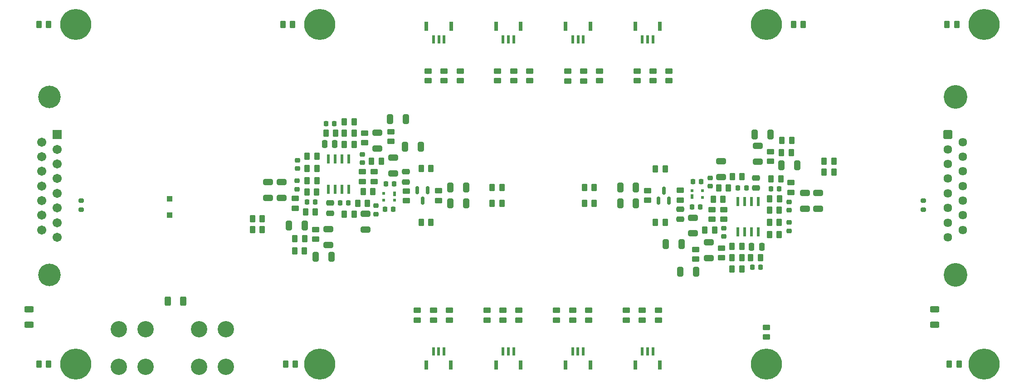
<source format=gbr>
%TF.GenerationSoftware,KiCad,Pcbnew,7.0.7*%
%TF.CreationDate,2024-12-18T13:44:03+01:00*%
%TF.ProjectId,dmem_2V0,646d656d-5f32-4563-902e-6b696361645f,rev?*%
%TF.SameCoordinates,Original*%
%TF.FileFunction,Soldermask,Top*%
%TF.FilePolarity,Negative*%
%FSLAX46Y46*%
G04 Gerber Fmt 4.6, Leading zero omitted, Abs format (unit mm)*
G04 Created by KiCad (PCBNEW 7.0.7) date 2024-12-18 13:44:03*
%MOMM*%
%LPD*%
G01*
G04 APERTURE LIST*
G04 Aperture macros list*
%AMRoundRect*
0 Rectangle with rounded corners*
0 $1 Rounding radius*
0 $2 $3 $4 $5 $6 $7 $8 $9 X,Y pos of 4 corners*
0 Add a 4 corners polygon primitive as box body*
4,1,4,$2,$3,$4,$5,$6,$7,$8,$9,$2,$3,0*
0 Add four circle primitives for the rounded corners*
1,1,$1+$1,$2,$3*
1,1,$1+$1,$4,$5*
1,1,$1+$1,$6,$7*
1,1,$1+$1,$8,$9*
0 Add four rect primitives between the rounded corners*
20,1,$1+$1,$2,$3,$4,$5,0*
20,1,$1+$1,$4,$5,$6,$7,0*
20,1,$1+$1,$6,$7,$8,$9,0*
20,1,$1+$1,$8,$9,$2,$3,0*%
G04 Aperture macros list end*
%ADD10RoundRect,0.250000X-0.450000X0.262500X-0.450000X-0.262500X0.450000X-0.262500X0.450000X0.262500X0*%
%ADD11RoundRect,0.250000X0.450000X-0.262500X0.450000X0.262500X-0.450000X0.262500X-0.450000X-0.262500X0*%
%ADD12RoundRect,0.250000X-0.325000X-0.650000X0.325000X-0.650000X0.325000X0.650000X-0.325000X0.650000X0*%
%ADD13RoundRect,0.250000X0.262500X0.450000X-0.262500X0.450000X-0.262500X-0.450000X0.262500X-0.450000X0*%
%ADD14RoundRect,0.250000X-0.262500X-0.450000X0.262500X-0.450000X0.262500X0.450000X-0.262500X0.450000X0*%
%ADD15RoundRect,0.250000X-0.475000X0.250000X-0.475000X-0.250000X0.475000X-0.250000X0.475000X0.250000X0*%
%ADD16RoundRect,0.225000X-0.225000X-0.250000X0.225000X-0.250000X0.225000X0.250000X-0.225000X0.250000X0*%
%ADD17R,1.000000X1.000000*%
%ADD18C,3.054000*%
%ADD19RoundRect,0.225000X0.225000X0.250000X-0.225000X0.250000X-0.225000X-0.250000X0.225000X-0.250000X0*%
%ADD20C,5.800000*%
%ADD21RoundRect,0.250000X0.325000X0.650000X-0.325000X0.650000X-0.325000X-0.650000X0.325000X-0.650000X0*%
%ADD22RoundRect,0.250000X0.475000X-0.250000X0.475000X0.250000X-0.475000X0.250000X-0.475000X-0.250000X0*%
%ADD23RoundRect,0.250000X-0.650000X0.325000X-0.650000X-0.325000X0.650000X-0.325000X0.650000X0.325000X0*%
%ADD24RoundRect,0.225000X-0.250000X0.225000X-0.250000X-0.225000X0.250000X-0.225000X0.250000X0.225000X0*%
%ADD25RoundRect,0.250000X0.650000X-0.325000X0.650000X0.325000X-0.650000X0.325000X-0.650000X-0.325000X0*%
%ADD26RoundRect,0.250000X-0.625000X0.312500X-0.625000X-0.312500X0.625000X-0.312500X0.625000X0.312500X0*%
%ADD27RoundRect,0.250000X0.250000X0.475000X-0.250000X0.475000X-0.250000X-0.475000X0.250000X-0.475000X0*%
%ADD28RoundRect,0.150000X0.150000X-0.587500X0.150000X0.587500X-0.150000X0.587500X-0.150000X-0.587500X0*%
%ADD29R,0.600000X1.550000*%
%ADD30R,0.800000X1.800000*%
%ADD31RoundRect,0.102000X-0.754000X0.754000X-0.754000X-0.754000X0.754000X-0.754000X0.754000X0.754000X0*%
%ADD32C,1.712000*%
%ADD33C,4.200000*%
%ADD34RoundRect,0.225000X0.250000X-0.225000X0.250000X0.225000X-0.250000X0.225000X-0.250000X-0.225000X0*%
%ADD35R,0.558000X1.654899*%
%ADD36RoundRect,0.102000X0.704000X-0.704000X0.704000X0.704000X-0.704000X0.704000X-0.704000X-0.704000X0*%
%ADD37C,1.612000*%
%ADD38C,4.420000*%
%ADD39R,0.584200X0.508000*%
%ADD40R,0.584200X0.812800*%
%ADD41RoundRect,0.200000X0.275000X-0.200000X0.275000X0.200000X-0.275000X0.200000X-0.275000X-0.200000X0*%
%ADD42RoundRect,0.250000X-0.250000X-0.475000X0.250000X-0.475000X0.250000X0.475000X-0.250000X0.475000X0*%
%ADD43RoundRect,0.250000X-0.312500X-0.625000X0.312500X-0.625000X0.312500X0.625000X-0.312500X0.625000X0*%
%ADD44RoundRect,0.150000X-0.150000X0.587500X-0.150000X-0.587500X0.150000X-0.587500X0.150000X0.587500X0*%
G04 APERTURE END LIST*
D10*
%TO.C,R33*%
X132471500Y-120238100D03*
X132471500Y-122063100D03*
%TD*%
D11*
%TO.C,R36*%
X148471500Y-122063100D03*
X148471500Y-120238100D03*
%TD*%
D12*
%TO.C,C26*%
X178580116Y-113033030D03*
X181530116Y-113033030D03*
%TD*%
D13*
%TO.C,R79*%
X108455500Y-106818759D03*
X106630500Y-106818759D03*
%TD*%
D14*
%TO.C,R21*%
X195513416Y-95710230D03*
X197338416Y-95710230D03*
%TD*%
%TO.C,R61*%
X228805100Y-130327400D03*
X230630100Y-130327400D03*
%TD*%
D15*
%TO.C,C49*%
X113230700Y-100179159D03*
X113230700Y-102079159D03*
%TD*%
D14*
%TO.C,R83*%
X108863800Y-98131959D03*
X110688800Y-98131959D03*
%TD*%
D11*
%TO.C,R68*%
X121460300Y-96148859D03*
X121460300Y-94323859D03*
%TD*%
D10*
%TO.C,R48*%
X144491200Y-75493300D03*
X144491200Y-77318300D03*
%TD*%
D14*
%TO.C,R80*%
X106579700Y-109104759D03*
X108404700Y-109104759D03*
%TD*%
D16*
%TO.C,C50*%
X108899700Y-100011559D03*
X110449700Y-100011559D03*
%TD*%
D14*
%TO.C,R91*%
X228367700Y-66827400D03*
X230192700Y-66827400D03*
%TD*%
D13*
%TO.C,R69*%
X120188400Y-100214759D03*
X118363400Y-100214759D03*
%TD*%
D10*
%TO.C,R78*%
X124521500Y-86856259D03*
X124521500Y-88681259D03*
%TD*%
D14*
%TO.C,R6*%
X185759816Y-97335830D03*
X187584816Y-97335830D03*
%TD*%
D17*
%TO.C,Vce_r1*%
X83261200Y-102463600D03*
%TD*%
D14*
%TO.C,R24*%
X173916616Y-103782630D03*
X175741616Y-103782630D03*
%TD*%
D18*
%TO.C,J11*%
X93720400Y-123783400D03*
X88720400Y-123783400D03*
X88720400Y-130793400D03*
X93720400Y-130793400D03*
%TD*%
D15*
%TO.C,C4*%
X178595116Y-101313430D03*
X178595116Y-103213430D03*
%TD*%
D19*
%TO.C,C38*%
X124991500Y-101383159D03*
X123441500Y-101383159D03*
%TD*%
D20*
%TO.C,REF\u002A\u002A*%
X194640200Y-66827400D03*
%TD*%
D21*
%TO.C,C28*%
X138594100Y-97267959D03*
X135644100Y-97267959D03*
%TD*%
D10*
%TO.C,R35*%
X142471500Y-120238100D03*
X142471500Y-122063100D03*
%TD*%
D14*
%TO.C,R3*%
X183169016Y-105209830D03*
X184994016Y-105209830D03*
%TD*%
D11*
%TO.C,R77*%
X110487500Y-106969259D03*
X110487500Y-105144259D03*
%TD*%
D22*
%TO.C,C17*%
X192717516Y-97371430D03*
X192717516Y-95471430D03*
%TD*%
D14*
%TO.C,R88*%
X58822700Y-66827400D03*
X60647700Y-66827400D03*
%TD*%
D13*
%TO.C,R63*%
X100542000Y-103110359D03*
X98717000Y-103110359D03*
%TD*%
D23*
%TO.C,C42*%
X122019100Y-87055759D03*
X122019100Y-90005759D03*
%TD*%
D16*
%TO.C,C45*%
X112404900Y-85330359D03*
X113954900Y-85330359D03*
%TD*%
D13*
%TO.C,R66*%
X122779200Y-92340759D03*
X120954200Y-92340759D03*
%TD*%
D24*
%TO.C,C11*%
X186723116Y-104892030D03*
X186723116Y-106442030D03*
%TD*%
D25*
%TO.C,C12*%
X193073116Y-92460830D03*
X193073116Y-89510830D03*
%TD*%
D10*
%TO.C,R60*%
X194640200Y-123414900D03*
X194640200Y-125239900D03*
%TD*%
D11*
%TO.C,R22*%
X199219916Y-98197530D03*
X199219916Y-96372530D03*
%TD*%
D21*
%TO.C,C27*%
X127368100Y-84517559D03*
X124418100Y-84517559D03*
%TD*%
D26*
%TO.C,JP1*%
X226100400Y-120040400D03*
X226100400Y-122965400D03*
%TD*%
D23*
%TO.C,C5*%
X180931916Y-102922030D03*
X180931916Y-105872030D03*
%TD*%
D13*
%TO.C,R57*%
X145276399Y-100282000D03*
X143451399Y-100282000D03*
%TD*%
D25*
%TO.C,C10*%
X183929116Y-110494830D03*
X183929116Y-107544830D03*
%TD*%
D14*
%TO.C,R72*%
X115874200Y-85025559D03*
X117699200Y-85025559D03*
%TD*%
%TO.C,R67*%
X119379400Y-98030359D03*
X121204400Y-98030359D03*
%TD*%
D11*
%TO.C,R75*%
X119225100Y-96148859D03*
X119225100Y-94323859D03*
%TD*%
D14*
%TO.C,R56*%
X160671817Y-100268588D03*
X162496817Y-100268588D03*
%TD*%
D20*
%TO.C,REF\u002A\u002A*%
X235280200Y-66827400D03*
%TD*%
D12*
%TO.C,C15*%
X197489016Y-93119430D03*
X200439016Y-93119430D03*
%TD*%
D27*
%TO.C,C48*%
X114079100Y-89191159D03*
X112179100Y-89191159D03*
%TD*%
D28*
%TO.C,D1*%
X174546316Y-99720130D03*
X176446316Y-99720130D03*
X175496316Y-97845130D03*
%TD*%
D10*
%TO.C,R5*%
X184487916Y-101401730D03*
X184487916Y-103226730D03*
%TD*%
D20*
%TO.C,REF\u002A\u002A*%
X194640200Y-130327400D03*
%TD*%
D23*
%TO.C,C31*%
X104119100Y-96292959D03*
X104119100Y-99242959D03*
%TD*%
D13*
%TO.C,R70*%
X117658000Y-102297559D03*
X115833000Y-102297559D03*
%TD*%
D29*
%TO.C,J6*%
X145491200Y-69630800D03*
X146491200Y-69630800D03*
X147491200Y-69630800D03*
D30*
X144191200Y-67105800D03*
X148791200Y-67105800D03*
%TD*%
D13*
%TO.C,R17*%
X199368516Y-88445830D03*
X197543516Y-88445830D03*
%TD*%
%TO.C,R76*%
X114244800Y-87159159D03*
X112419800Y-87159159D03*
%TD*%
D14*
%TO.C,R29*%
X207231216Y-94440230D03*
X205406216Y-94440230D03*
%TD*%
D25*
%TO.C,C37*%
X125016300Y-94628559D03*
X125016300Y-91678559D03*
%TD*%
D31*
%TO.C,J1*%
X62240400Y-87410000D03*
D32*
X62240400Y-90150000D03*
X62240400Y-92890000D03*
X62240400Y-95630000D03*
X62240400Y-98370000D03*
X62240400Y-101110000D03*
X62240400Y-103850000D03*
X62240400Y-106590000D03*
X59400400Y-88780000D03*
X59400400Y-91520000D03*
X59400400Y-94260000D03*
X59400400Y-97000000D03*
X59400400Y-99740000D03*
X59400400Y-102480000D03*
X59400400Y-105220000D03*
D33*
X60820400Y-80340000D03*
X60820400Y-113660000D03*
%TD*%
D34*
%TO.C,C43*%
X119225100Y-92658559D03*
X119225100Y-91108559D03*
%TD*%
D29*
%TO.C,J8*%
X158491200Y-69630800D03*
X159491200Y-69630800D03*
X160491200Y-69630800D03*
D30*
X157191200Y-67105800D03*
X161791200Y-67105800D03*
%TD*%
D25*
%TO.C,C7*%
X186162716Y-95346781D03*
X186162716Y-92396781D03*
%TD*%
D14*
%TO.C,R31*%
X104903900Y-130327400D03*
X106728900Y-130327400D03*
%TD*%
D17*
%TO.C,Vce1*%
X83261200Y-99413600D03*
%TD*%
D23*
%TO.C,C39*%
X119785500Y-102208822D03*
X119785500Y-105158822D03*
%TD*%
D12*
%TO.C,C24*%
X167354116Y-97282630D03*
X170304116Y-97282630D03*
%TD*%
D11*
%TO.C,R39*%
X161471500Y-122063100D03*
X161471500Y-120238100D03*
%TD*%
%TO.C,R55*%
X173491200Y-77318299D03*
X173491200Y-75493299D03*
%TD*%
D10*
%TO.C,R41*%
X168471500Y-120238100D03*
X168471500Y-122063100D03*
%TD*%
%TO.C,R50*%
X131491200Y-75493300D03*
X131491200Y-77318300D03*
%TD*%
D11*
%TO.C,R15*%
X181426716Y-110694330D03*
X181426716Y-108869330D03*
%TD*%
D35*
%TO.C,U2*%
X116659700Y-91957808D03*
X115389700Y-91957808D03*
X114119700Y-91957808D03*
X112849700Y-91957808D03*
X112849700Y-97600510D03*
X114119700Y-97600510D03*
X115389700Y-97600510D03*
X116659700Y-97600510D03*
%TD*%
D13*
%TO.C,R82*%
X110739600Y-93712359D03*
X108914600Y-93712359D03*
%TD*%
D10*
%TO.C,R12*%
X186723116Y-101401730D03*
X186723116Y-103226730D03*
%TD*%
D14*
%TO.C,R8*%
X188249016Y-108308630D03*
X190074016Y-108308630D03*
%TD*%
D10*
%TO.C,R1*%
X172499116Y-97845730D03*
X172499116Y-99670730D03*
%TD*%
D13*
%TO.C,R9*%
X190074016Y-112525030D03*
X188249016Y-112525030D03*
%TD*%
D14*
%TO.C,R89*%
X104390300Y-66827400D03*
X106215300Y-66827400D03*
%TD*%
D11*
%TO.C,R46*%
X163491200Y-77318294D03*
X163491200Y-75493294D03*
%TD*%
D29*
%TO.C,J3*%
X147471500Y-127925600D03*
X146471500Y-127925600D03*
X145471500Y-127925600D03*
D30*
X148771500Y-130450600D03*
X144171500Y-130450600D03*
%TD*%
D10*
%TO.C,R54*%
X170491201Y-75493299D03*
X170491201Y-77318299D03*
%TD*%
D12*
%TO.C,C23*%
X167354116Y-100282630D03*
X170304116Y-100282630D03*
%TD*%
D29*
%TO.C,J5*%
X173471500Y-127925600D03*
X172471500Y-127925600D03*
X171471500Y-127925600D03*
D30*
X174771500Y-130450600D03*
X170171500Y-130450600D03*
%TD*%
D14*
%TO.C,R11*%
X188249016Y-110391430D03*
X190074016Y-110391430D03*
%TD*%
D13*
%TO.C,R90*%
X201552700Y-66827400D03*
X199727700Y-66827400D03*
%TD*%
D10*
%TO.C,R10*%
X186316716Y-108615330D03*
X186316716Y-110440330D03*
%TD*%
D13*
%TO.C,R4*%
X186568816Y-99520230D03*
X184743816Y-99520230D03*
%TD*%
D34*
%TO.C,C19*%
X198915116Y-101514430D03*
X198915116Y-99964430D03*
%TD*%
D36*
%TO.C,J12*%
X228503200Y-87410000D03*
D37*
X228503200Y-90150000D03*
X228503200Y-92890000D03*
X228503200Y-95630000D03*
X228503200Y-98370000D03*
X228503200Y-101110000D03*
X228503200Y-103850000D03*
X228503200Y-106590000D03*
X231343200Y-88780000D03*
X231343200Y-91520000D03*
X231343200Y-94260000D03*
X231343200Y-97000000D03*
X231343200Y-99740000D03*
X231343200Y-102480000D03*
X231343200Y-105220000D03*
D38*
X229923200Y-113660000D03*
X229923200Y-80340000D03*
%TD*%
D35*
%TO.C,U1*%
X189288516Y-105592781D03*
X190558516Y-105592781D03*
X191828516Y-105592781D03*
X193098516Y-105592781D03*
X193098516Y-99950079D03*
X191828516Y-99950079D03*
X190558516Y-99950079D03*
X189288516Y-99950079D03*
%TD*%
D16*
%TO.C,C1*%
X180766516Y-100942630D03*
X182316516Y-100942630D03*
%TD*%
D39*
%TO.C,Q2*%
X125209102Y-99658220D03*
D40*
X125209107Y-98510635D03*
D39*
X123189100Y-98358222D03*
X123189100Y-99658220D03*
%TD*%
D41*
%TO.C,R87*%
X66751200Y-101421200D03*
X66751200Y-99771200D03*
%TD*%
D20*
%TO.C,REF\u002A\u002A*%
X111302800Y-66827400D03*
%TD*%
D39*
%TO.C,Q1*%
X180739114Y-97858183D03*
D40*
X180739109Y-99005768D03*
D39*
X182759116Y-99158181D03*
X182759116Y-97858183D03*
%TD*%
D13*
%TO.C,R71*%
X117699200Y-89241959D03*
X115874200Y-89241959D03*
%TD*%
D21*
%TO.C,C30*%
X113453300Y-110210901D03*
X110503300Y-110210901D03*
%TD*%
D10*
%TO.C,R38*%
X155471500Y-120238100D03*
X155471500Y-122063100D03*
%TD*%
D20*
%TO.C,REF\u002A\u002A*%
X111302800Y-130327400D03*
%TD*%
D19*
%TO.C,C41*%
X116596500Y-100163959D03*
X115046500Y-100163959D03*
%TD*%
D11*
%TO.C,R42*%
X174471500Y-122063100D03*
X174471500Y-120238100D03*
%TD*%
D42*
%TO.C,C16*%
X191869116Y-108359430D03*
X193769116Y-108359430D03*
%TD*%
D25*
%TO.C,C21*%
X201829116Y-101257630D03*
X201829116Y-98307630D03*
%TD*%
D13*
%TO.C,R81*%
X110739600Y-95998359D03*
X108914600Y-95998359D03*
%TD*%
D11*
%TO.C,R45*%
X137491200Y-77318300D03*
X137491200Y-75493300D03*
%TD*%
D14*
%TO.C,R25*%
X173916616Y-93782630D03*
X175741616Y-93782630D03*
%TD*%
D26*
%TO.C,JP3*%
X56997600Y-120040400D03*
X56997600Y-122965400D03*
%TD*%
D29*
%TO.C,J9*%
X171491200Y-69630800D03*
X172491200Y-69630800D03*
X173491200Y-69630800D03*
D30*
X170191200Y-67105800D03*
X174791200Y-67105800D03*
%TD*%
D41*
%TO.C,R92*%
X223992400Y-101421200D03*
X223992400Y-99771200D03*
%TD*%
D10*
%TO.C,R14*%
X195460716Y-90581330D03*
X195460716Y-92406330D03*
%TD*%
D23*
%TO.C,C32*%
X101619100Y-96292959D03*
X101619100Y-99242959D03*
%TD*%
D29*
%TO.C,J4*%
X160471500Y-127925600D03*
X159471500Y-127925600D03*
X158471500Y-127925600D03*
D30*
X161771500Y-130450600D03*
X157171500Y-130450600D03*
%TD*%
D10*
%TO.C,R85*%
X106728300Y-99353059D03*
X106728300Y-101178059D03*
%TD*%
D34*
%TO.C,C3*%
X184183116Y-97048830D03*
X184183116Y-95498830D03*
%TD*%
D11*
%TO.C,R73*%
X119631500Y-88935259D03*
X119631500Y-87110259D03*
%TD*%
%TO.C,R47*%
X176491200Y-77318299D03*
X176491200Y-75493299D03*
%TD*%
D14*
%TO.C,R13*%
X191703416Y-110391430D03*
X193528416Y-110391430D03*
%TD*%
D11*
%TO.C,R51*%
X134491200Y-77318300D03*
X134491200Y-75493300D03*
%TD*%
D20*
%TO.C,REF\u002A\u002A*%
X65735200Y-130327400D03*
%TD*%
D10*
%TO.C,R2*%
X178544316Y-97794930D03*
X178544316Y-99619930D03*
%TD*%
D22*
%TO.C,C36*%
X127353100Y-96237159D03*
X127353100Y-94337159D03*
%TD*%
D10*
%TO.C,R34*%
X129471500Y-120238100D03*
X129471500Y-122063100D03*
%TD*%
D13*
%TO.C,R58*%
X132031600Y-93767959D03*
X130206600Y-93767959D03*
%TD*%
D14*
%TO.C,R7*%
X188290216Y-95253030D03*
X190115216Y-95253030D03*
%TD*%
D10*
%TO.C,R52*%
X157547015Y-75555491D03*
X157547015Y-77380491D03*
%TD*%
D11*
%TO.C,R44*%
X150491200Y-77318300D03*
X150491200Y-75493300D03*
%TD*%
D25*
%TO.C,C22*%
X204329116Y-101257630D03*
X204329116Y-98307630D03*
%TD*%
D19*
%TO.C,C13*%
X193543316Y-112220230D03*
X191993316Y-112220230D03*
%TD*%
D18*
%TO.C,J10*%
X78720400Y-123783400D03*
X73720400Y-123783400D03*
X73720400Y-130793400D03*
X78720400Y-130793400D03*
%TD*%
D14*
%TO.C,R16*%
X197492716Y-90731830D03*
X199317716Y-90731830D03*
%TD*%
D12*
%TO.C,C25*%
X192494916Y-87339688D03*
X195444916Y-87339688D03*
%TD*%
D14*
%TO.C,R19*%
X195208616Y-103838230D03*
X197033616Y-103838230D03*
%TD*%
D13*
%TO.C,R59*%
X132031600Y-103767959D03*
X130206600Y-103767959D03*
%TD*%
D29*
%TO.C,J7*%
X132491200Y-69630800D03*
X133491200Y-69630800D03*
X134491200Y-69630800D03*
D30*
X131191200Y-67105800D03*
X135791200Y-67105800D03*
%TD*%
D10*
%TO.C,R37*%
X145471500Y-120238100D03*
X145471500Y-122063100D03*
%TD*%
D12*
%TO.C,C46*%
X127161300Y-89648359D03*
X130111300Y-89648359D03*
%TD*%
D14*
%TO.C,R28*%
X205406216Y-92357430D03*
X207231216Y-92357430D03*
%TD*%
D21*
%TO.C,C47*%
X108459200Y-104431159D03*
X105509200Y-104431159D03*
%TD*%
D11*
%TO.C,R65*%
X127403900Y-99755659D03*
X127403900Y-97930659D03*
%TD*%
D24*
%TO.C,C20*%
X198864316Y-103825230D03*
X198864316Y-105375230D03*
%TD*%
D14*
%TO.C,R27*%
X160671817Y-97268588D03*
X162496817Y-97268588D03*
%TD*%
D43*
%TO.C,JP2*%
X82865500Y-118567200D03*
X85790500Y-118567200D03*
%TD*%
D34*
%TO.C,C52*%
X107083900Y-93725359D03*
X107083900Y-92175359D03*
%TD*%
D24*
%TO.C,C35*%
X121765100Y-100701759D03*
X121765100Y-102251759D03*
%TD*%
D13*
%TO.C,R20*%
X197084416Y-99418630D03*
X195259416Y-99418630D03*
%TD*%
D16*
%TO.C,C6*%
X180956716Y-96167430D03*
X182506716Y-96167430D03*
%TD*%
D10*
%TO.C,R40*%
X158471500Y-120238100D03*
X158471500Y-122063100D03*
%TD*%
D11*
%TO.C,R64*%
X133449100Y-99704859D03*
X133449100Y-97879859D03*
%TD*%
D21*
%TO.C,C14*%
X178786916Y-107902230D03*
X175836916Y-107902230D03*
%TD*%
D23*
%TO.C,C44*%
X112875100Y-105089759D03*
X112875100Y-108039759D03*
%TD*%
D20*
%TO.C,REF\u002A\u002A*%
X235280200Y-130327400D03*
%TD*%
D21*
%TO.C,C29*%
X138594100Y-100267959D03*
X135644100Y-100267959D03*
%TD*%
D13*
%TO.C,R26*%
X145276399Y-97282000D03*
X143451399Y-97282000D03*
%TD*%
D14*
%TO.C,R18*%
X195208616Y-101552230D03*
X197033616Y-101552230D03*
%TD*%
D11*
%TO.C,R49*%
X147491200Y-77318300D03*
X147491200Y-75493300D03*
%TD*%
D13*
%TO.C,R62*%
X100542000Y-105193159D03*
X98717000Y-105193159D03*
%TD*%
%TO.C,R84*%
X110434800Y-101840359D03*
X108609800Y-101840359D03*
%TD*%
D24*
%TO.C,C51*%
X107033100Y-96036159D03*
X107033100Y-97586159D03*
%TD*%
D11*
%TO.C,R53*%
X160547015Y-77380491D03*
X160547015Y-75555491D03*
%TD*%
D44*
%TO.C,D2*%
X131401900Y-97830459D03*
X129501900Y-97830459D03*
X130451900Y-99705459D03*
%TD*%
D11*
%TO.C,R32*%
X135471500Y-122063100D03*
X135471500Y-120238100D03*
%TD*%
D20*
%TO.C,REF\u002A\u002A*%
X65735200Y-66827400D03*
%TD*%
D14*
%TO.C,R86*%
X108914600Y-91426359D03*
X110739600Y-91426359D03*
%TD*%
D13*
%TO.C,R23*%
X197033616Y-106124230D03*
X195208616Y-106124230D03*
%TD*%
D10*
%TO.C,R43*%
X171471500Y-120238100D03*
X171471500Y-122063100D03*
%TD*%
D16*
%TO.C,C9*%
X189351716Y-97386630D03*
X190901716Y-97386630D03*
%TD*%
D29*
%TO.C,J2*%
X134471500Y-127925600D03*
X133471500Y-127925600D03*
X132471500Y-127925600D03*
D30*
X135771500Y-130450600D03*
X131171500Y-130450600D03*
%TD*%
D13*
%TO.C,R74*%
X117699200Y-87159159D03*
X115874200Y-87159159D03*
%TD*%
D14*
%TO.C,R30*%
X58822700Y-130327400D03*
X60647700Y-130327400D03*
%TD*%
D19*
%TO.C,C33*%
X125181700Y-96607959D03*
X123631700Y-96607959D03*
%TD*%
%TO.C,C18*%
X197048516Y-97539030D03*
X195498516Y-97539030D03*
%TD*%
M02*

</source>
